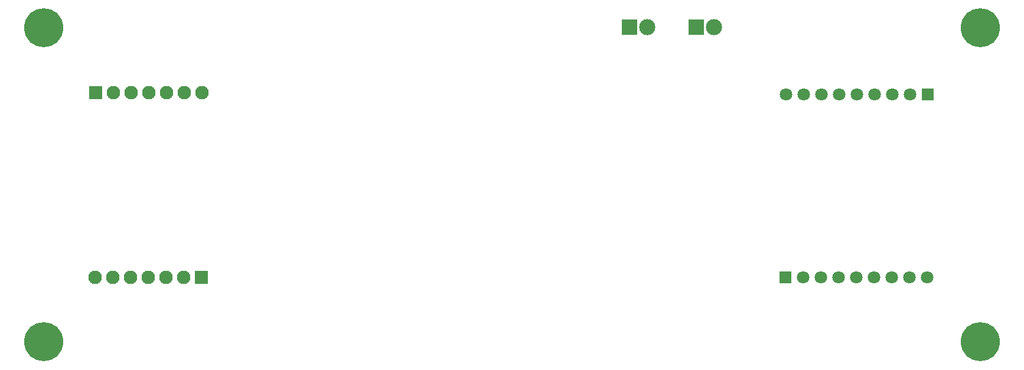
<source format=gbr>
%TF.GenerationSoftware,KiCad,Pcbnew,8.0.2*%
%TF.CreationDate,2024-07-09T10:47:46+02:00*%
%TF.ProjectId,BMS V1.0,424d5320-5631-42e3-902e-6b696361645f,rev?*%
%TF.SameCoordinates,Original*%
%TF.FileFunction,Soldermask,Bot*%
%TF.FilePolarity,Negative*%
%FSLAX46Y46*%
G04 Gerber Fmt 4.6, Leading zero omitted, Abs format (unit mm)*
G04 Created by KiCad (PCBNEW 8.0.2) date 2024-07-09 10:47:46*
%MOMM*%
%LPD*%
G01*
G04 APERTURE LIST*
%ADD10R,2.325000X2.325000*%
%ADD11C,2.325000*%
%ADD12C,5.600000*%
%ADD13R,1.800000X1.800000*%
%ADD14C,1.800000*%
%ADD15R,1.950000X1.950000*%
%ADD16C,1.950000*%
G04 APERTURE END LIST*
D10*
%TO.C,J3*%
X163000000Y-68155000D03*
D11*
X165540000Y-68155000D03*
%TD*%
D12*
%TO.C,*%
X203750000Y-113250000D03*
%TD*%
%TO.C,*%
X69500000Y-113250000D03*
%TD*%
D13*
%TO.C,J5*%
X196200000Y-77775000D03*
D14*
X193660000Y-77775000D03*
X191120000Y-77775000D03*
X188580000Y-77775000D03*
X186040000Y-77775000D03*
X183500000Y-77775000D03*
X180960000Y-77775000D03*
X178420000Y-77775000D03*
X175880000Y-77775000D03*
%TD*%
D13*
%TO.C,J4*%
X175840000Y-104000000D03*
D14*
X178380000Y-104000000D03*
X180920000Y-104000000D03*
X183460000Y-104000000D03*
X186000000Y-104000000D03*
X188540000Y-104000000D03*
X191080000Y-104000000D03*
X193620000Y-104000000D03*
X196160000Y-104000000D03*
%TD*%
D15*
%TO.C,J6*%
X76930000Y-77500000D03*
D16*
X79470000Y-77500000D03*
X82010000Y-77500000D03*
X84550000Y-77500000D03*
X87090000Y-77500000D03*
X89630000Y-77500000D03*
X92170000Y-77500000D03*
%TD*%
D10*
%TO.C,J1*%
X153460000Y-68155000D03*
D11*
X156000000Y-68155000D03*
%TD*%
D12*
%TO.C,*%
X203750000Y-68250000D03*
%TD*%
%TO.C,REF\u002A\u002A*%
X69500000Y-68250000D03*
%TD*%
D15*
%TO.C,J2*%
X92050000Y-104000000D03*
D16*
X89510000Y-104000000D03*
X86970000Y-104000000D03*
X84430000Y-104000000D03*
X81890000Y-104000000D03*
X79350000Y-104000000D03*
X76810000Y-104000000D03*
%TD*%
M02*

</source>
